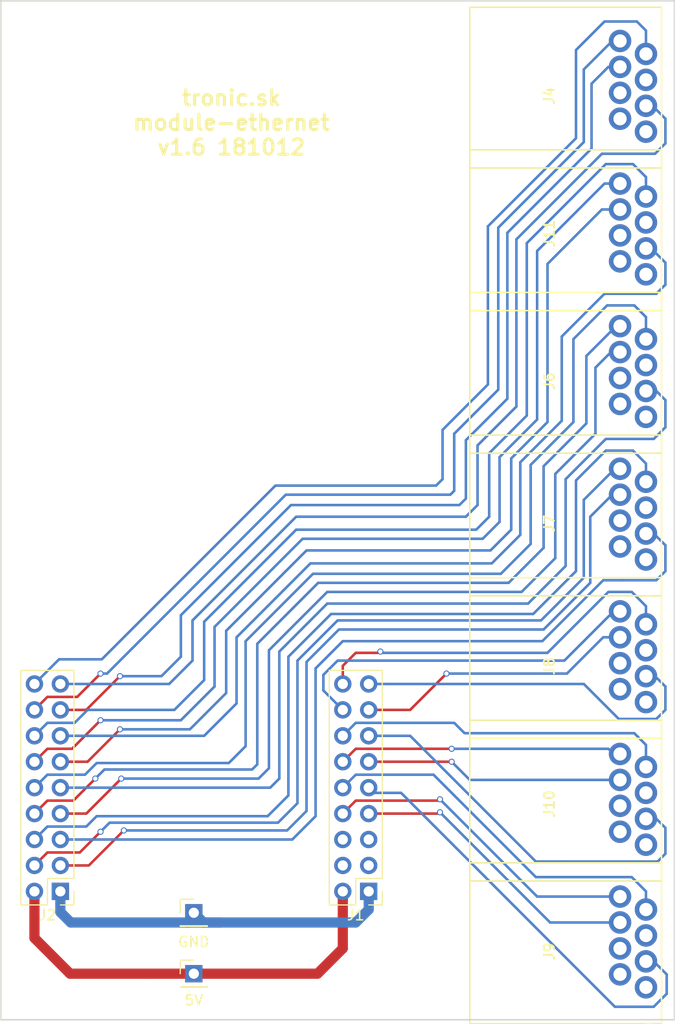
<source format=kicad_pcb>
(kicad_pcb (version 4) (host pcbnew 4.0.7)

  (general
    (links 32)
    (no_connects 0)
    (area 22.276999 23.927999 88.467001 123.900001)
    (thickness 1.6)
    (drawings 8)
    (tracks 334)
    (zones 0)
    (modules 11)
    (nets 31)
  )

  (page A4)
  (layers
    (0 F.Cu signal)
    (31 B.Cu signal)
    (32 B.Adhes user)
    (33 F.Adhes user)
    (34 B.Paste user)
    (35 F.Paste user)
    (36 B.SilkS user)
    (37 F.SilkS user)
    (38 B.Mask user)
    (39 F.Mask user)
    (40 Dwgs.User user)
    (41 Cmts.User user)
    (42 Eco1.User user)
    (43 Eco2.User user)
    (44 Edge.Cuts user)
    (45 Margin user)
    (46 B.CrtYd user)
    (47 F.CrtYd user)
    (48 B.Fab user)
    (49 F.Fab user)
  )

  (setup
    (last_trace_width 0.25)
    (trace_clearance 0.2)
    (zone_clearance 0.508)
    (zone_45_only no)
    (trace_min 0.2)
    (segment_width 0.2)
    (edge_width 0.15)
    (via_size 0.6)
    (via_drill 0.4)
    (via_min_size 0.4)
    (via_min_drill 0.3)
    (uvia_size 0.3)
    (uvia_drill 0.1)
    (uvias_allowed no)
    (uvia_min_size 0.2)
    (uvia_min_drill 0.1)
    (pcb_text_width 0.3)
    (pcb_text_size 1.5 1.5)
    (mod_edge_width 0.15)
    (mod_text_size 1 1)
    (mod_text_width 0.15)
    (pad_size 1.524 1.524)
    (pad_drill 0.762)
    (pad_to_mask_clearance 0.2)
    (aux_axis_origin 0 0)
    (visible_elements 7FFFFFFF)
    (pcbplotparams
      (layerselection 0x010f0_80000001)
      (usegerberextensions true)
      (excludeedgelayer true)
      (linewidth 0.100000)
      (plotframeref false)
      (viasonmask false)
      (mode 1)
      (useauxorigin false)
      (hpglpennumber 1)
      (hpglpenspeed 20)
      (hpglpendiameter 15)
      (hpglpenoverlay 2)
      (psnegative false)
      (psa4output false)
      (plotreference true)
      (plotvalue true)
      (plotinvisibletext false)
      (padsonsilk false)
      (subtractmaskfromsilk false)
      (outputformat 1)
      (mirror false)
      (drillshape 0)
      (scaleselection 1)
      (outputdirectory gerber/))
  )

  (net 0 "")
  (net 1 gnd)
  (net 2 5v)
  (net 3 eth4-3)
  (net 4 eth4-1)
  (net 5 eth4-4)
  (net 6 eth4-2)
  (net 7 eth5-3)
  (net 8 eth5-1)
  (net 9 eth5-4)
  (net 10 eth5-2)
  (net 11 eth6-3)
  (net 12 eth6-1)
  (net 13 eth6-4)
  (net 14 eth6-2)
  (net 15 eth1-3)
  (net 16 eth1-1)
  (net 17 eth1-4)
  (net 18 eth1-2)
  (net 19 eth2-3)
  (net 20 eth2-1)
  (net 21 eth2-4)
  (net 22 eth2-2)
  (net 23 eth3-3)
  (net 24 eth3-1)
  (net 25 eth3-4)
  (net 26 eth3-2)
  (net 27 eth7-3)
  (net 28 eth7-1)
  (net 29 eth7-4)
  (net 30 eth7-2)

  (net_class Default "This is the default net class."
    (clearance 0.2)
    (trace_width 0.25)
    (via_dia 0.6)
    (via_drill 0.4)
    (uvia_dia 0.3)
    (uvia_drill 0.1)
    (add_net eth1-1)
    (add_net eth1-2)
    (add_net eth1-3)
    (add_net eth1-4)
    (add_net eth2-1)
    (add_net eth2-2)
    (add_net eth2-3)
    (add_net eth2-4)
    (add_net eth3-1)
    (add_net eth3-2)
    (add_net eth3-3)
    (add_net eth3-4)
    (add_net eth4-1)
    (add_net eth4-2)
    (add_net eth4-3)
    (add_net eth4-4)
    (add_net eth5-1)
    (add_net eth5-2)
    (add_net eth5-3)
    (add_net eth5-4)
    (add_net eth6-1)
    (add_net eth6-2)
    (add_net eth6-3)
    (add_net eth6-4)
    (add_net eth7-1)
    (add_net eth7-2)
    (add_net eth7-3)
    (add_net eth7-4)
  )

  (net_class power ""
    (clearance 0.5)
    (trace_width 1)
    (via_dia 1)
    (via_drill 0.8)
    (uvia_dia 0.8)
    (uvia_drill 0.3)
    (add_net 5v)
    (add_net gnd)
  )

  (module Pin_Headers:Pin_Header_Straight_1x01_Pitch2.54mm (layer F.Cu) (tedit 5BC058F5) (tstamp 5A9F1555)
    (at 41.275 119.3165)
    (descr "Through hole straight pin header, 1x01, 2.54mm pitch, single row")
    (tags "Through hole pin header THT 1x01 2.54mm single row")
    (path /5A9F2F39)
    (fp_text reference 5V (at 0 2.6035) (layer F.SilkS)
      (effects (font (size 1 1) (thickness 0.15)))
    )
    (fp_text value 5V (at 0 2.33) (layer F.Fab)
      (effects (font (size 1 1) (thickness 0.15)))
    )
    (fp_line (start -0.635 -1.27) (end 1.27 -1.27) (layer F.Fab) (width 0.1))
    (fp_line (start 1.27 -1.27) (end 1.27 1.27) (layer F.Fab) (width 0.1))
    (fp_line (start 1.27 1.27) (end -1.27 1.27) (layer F.Fab) (width 0.1))
    (fp_line (start -1.27 1.27) (end -1.27 -0.635) (layer F.Fab) (width 0.1))
    (fp_line (start -1.27 -0.635) (end -0.635 -1.27) (layer F.Fab) (width 0.1))
    (fp_line (start -1.33 1.33) (end 1.33 1.33) (layer F.SilkS) (width 0.12))
    (fp_line (start -1.33 1.27) (end -1.33 1.33) (layer F.SilkS) (width 0.12))
    (fp_line (start 1.33 1.27) (end 1.33 1.33) (layer F.SilkS) (width 0.12))
    (fp_line (start -1.33 1.27) (end 1.33 1.27) (layer F.SilkS) (width 0.12))
    (fp_line (start -1.33 0) (end -1.33 -1.33) (layer F.SilkS) (width 0.12))
    (fp_line (start -1.33 -1.33) (end 0 -1.33) (layer F.SilkS) (width 0.12))
    (fp_line (start -1.8 -1.8) (end -1.8 1.8) (layer F.CrtYd) (width 0.05))
    (fp_line (start -1.8 1.8) (end 1.8 1.8) (layer F.CrtYd) (width 0.05))
    (fp_line (start 1.8 1.8) (end 1.8 -1.8) (layer F.CrtYd) (width 0.05))
    (fp_line (start 1.8 -1.8) (end -1.8 -1.8) (layer F.CrtYd) (width 0.05))
    (fp_text user %R (at 0 0 90) (layer F.Fab)
      (effects (font (size 1 1) (thickness 0.15)))
    )
    (pad 1 thru_hole rect (at 0 0) (size 1.7 1.7) (drill 1) (layers *.Cu *.Mask)
      (net 2 5v))
    (model ${KISYS3DMOD}/Pin_Headers.3dshapes/Pin_Header_Straight_1x01_Pitch2.54mm.wrl
      (at (xyz 0 0 0))
      (scale (xyz 1 1 1))
      (rotate (xyz 0 0 0))
    )
  )

  (module Pin_Headers:Pin_Header_Straight_1x01_Pitch2.54mm (layer F.Cu) (tedit 5BC058F2) (tstamp 5A9F155A)
    (at 41.275 113.3475)
    (descr "Through hole straight pin header, 1x01, 2.54mm pitch, single row")
    (tags "Through hole pin header THT 1x01 2.54mm single row")
    (path /5A9F2FCC)
    (fp_text reference GND (at 0 2.8575) (layer F.SilkS)
      (effects (font (size 1 1) (thickness 0.15)))
    )
    (fp_text value GND (at 0 2.33) (layer F.Fab)
      (effects (font (size 1 1) (thickness 0.15)))
    )
    (fp_line (start -0.635 -1.27) (end 1.27 -1.27) (layer F.Fab) (width 0.1))
    (fp_line (start 1.27 -1.27) (end 1.27 1.27) (layer F.Fab) (width 0.1))
    (fp_line (start 1.27 1.27) (end -1.27 1.27) (layer F.Fab) (width 0.1))
    (fp_line (start -1.27 1.27) (end -1.27 -0.635) (layer F.Fab) (width 0.1))
    (fp_line (start -1.27 -0.635) (end -0.635 -1.27) (layer F.Fab) (width 0.1))
    (fp_line (start -1.33 1.33) (end 1.33 1.33) (layer F.SilkS) (width 0.12))
    (fp_line (start -1.33 1.27) (end -1.33 1.33) (layer F.SilkS) (width 0.12))
    (fp_line (start 1.33 1.27) (end 1.33 1.33) (layer F.SilkS) (width 0.12))
    (fp_line (start -1.33 1.27) (end 1.33 1.27) (layer F.SilkS) (width 0.12))
    (fp_line (start -1.33 0) (end -1.33 -1.33) (layer F.SilkS) (width 0.12))
    (fp_line (start -1.33 -1.33) (end 0 -1.33) (layer F.SilkS) (width 0.12))
    (fp_line (start -1.8 -1.8) (end -1.8 1.8) (layer F.CrtYd) (width 0.05))
    (fp_line (start -1.8 1.8) (end 1.8 1.8) (layer F.CrtYd) (width 0.05))
    (fp_line (start 1.8 1.8) (end 1.8 -1.8) (layer F.CrtYd) (width 0.05))
    (fp_line (start 1.8 -1.8) (end -1.8 -1.8) (layer F.CrtYd) (width 0.05))
    (fp_text user %R (at 0 0 90) (layer F.Fab)
      (effects (font (size 1 1) (thickness 0.15)))
    )
    (pad 1 thru_hole rect (at 0 0) (size 1.7 1.7) (drill 1) (layers *.Cu *.Mask)
      (net 1 gnd))
    (model ${KISYS3DMOD}/Pin_Headers.3dshapes/Pin_Header_Straight_1x01_Pitch2.54mm.wrl
      (at (xyz 0 0 0))
      (scale (xyz 1 1 1))
      (rotate (xyz 0 0 0))
    )
  )

  (module Pin_Headers:Pin_Header_Straight_2x09_Pitch2.54mm (layer F.Cu) (tedit 59650532) (tstamp 5AB53F96)
    (at 58.42 111.252 180)
    (descr "Through hole straight pin header, 2x09, 2.54mm pitch, double rows")
    (tags "Through hole pin header THT 2x09 2.54mm double row")
    (path /5AB4D62C)
    (fp_text reference J1 (at 1.27 -2.33 180) (layer F.SilkS)
      (effects (font (size 1 1) (thickness 0.15)))
    )
    (fp_text value net (at 1.27 22.65 180) (layer F.Fab)
      (effects (font (size 1 1) (thickness 0.15)))
    )
    (fp_line (start 0 -1.27) (end 3.81 -1.27) (layer F.Fab) (width 0.1))
    (fp_line (start 3.81 -1.27) (end 3.81 21.59) (layer F.Fab) (width 0.1))
    (fp_line (start 3.81 21.59) (end -1.27 21.59) (layer F.Fab) (width 0.1))
    (fp_line (start -1.27 21.59) (end -1.27 0) (layer F.Fab) (width 0.1))
    (fp_line (start -1.27 0) (end 0 -1.27) (layer F.Fab) (width 0.1))
    (fp_line (start -1.33 21.65) (end 3.87 21.65) (layer F.SilkS) (width 0.12))
    (fp_line (start -1.33 1.27) (end -1.33 21.65) (layer F.SilkS) (width 0.12))
    (fp_line (start 3.87 -1.33) (end 3.87 21.65) (layer F.SilkS) (width 0.12))
    (fp_line (start -1.33 1.27) (end 1.27 1.27) (layer F.SilkS) (width 0.12))
    (fp_line (start 1.27 1.27) (end 1.27 -1.33) (layer F.SilkS) (width 0.12))
    (fp_line (start 1.27 -1.33) (end 3.87 -1.33) (layer F.SilkS) (width 0.12))
    (fp_line (start -1.33 0) (end -1.33 -1.33) (layer F.SilkS) (width 0.12))
    (fp_line (start -1.33 -1.33) (end 0 -1.33) (layer F.SilkS) (width 0.12))
    (fp_line (start -1.8 -1.8) (end -1.8 22.1) (layer F.CrtYd) (width 0.05))
    (fp_line (start -1.8 22.1) (end 4.35 22.1) (layer F.CrtYd) (width 0.05))
    (fp_line (start 4.35 22.1) (end 4.35 -1.8) (layer F.CrtYd) (width 0.05))
    (fp_line (start 4.35 -1.8) (end -1.8 -1.8) (layer F.CrtYd) (width 0.05))
    (fp_text user %R (at 1.27 10.16 270) (layer F.Fab)
      (effects (font (size 1 1) (thickness 0.15)))
    )
    (pad 1 thru_hole rect (at 0 0 180) (size 1.7 1.7) (drill 1) (layers *.Cu *.Mask)
      (net 1 gnd))
    (pad 2 thru_hole oval (at 2.54 0 180) (size 1.7 1.7) (drill 1) (layers *.Cu *.Mask)
      (net 2 5v))
    (pad 3 thru_hole oval (at 0 2.54 180) (size 1.7 1.7) (drill 1) (layers *.Cu *.Mask))
    (pad 4 thru_hole oval (at 2.54 2.54 180) (size 1.7 1.7) (drill 1) (layers *.Cu *.Mask))
    (pad 5 thru_hole oval (at 0 5.08 180) (size 1.7 1.7) (drill 1) (layers *.Cu *.Mask))
    (pad 6 thru_hole oval (at 2.54 5.08 180) (size 1.7 1.7) (drill 1) (layers *.Cu *.Mask))
    (pad 7 thru_hole oval (at 0 7.62 180) (size 1.7 1.7) (drill 1) (layers *.Cu *.Mask)
      (net 7 eth5-3))
    (pad 8 thru_hole oval (at 2.54 7.62 180) (size 1.7 1.7) (drill 1) (layers *.Cu *.Mask)
      (net 8 eth5-1))
    (pad 9 thru_hole oval (at 0 10.16 180) (size 1.7 1.7) (drill 1) (layers *.Cu *.Mask)
      (net 9 eth5-4))
    (pad 10 thru_hole oval (at 2.54 10.16 180) (size 1.7 1.7) (drill 1) (layers *.Cu *.Mask)
      (net 10 eth5-2))
    (pad 11 thru_hole oval (at 0 12.7 180) (size 1.7 1.7) (drill 1) (layers *.Cu *.Mask)
      (net 11 eth6-3))
    (pad 12 thru_hole oval (at 2.54 12.7 180) (size 1.7 1.7) (drill 1) (layers *.Cu *.Mask)
      (net 12 eth6-1))
    (pad 13 thru_hole oval (at 0 15.24 180) (size 1.7 1.7) (drill 1) (layers *.Cu *.Mask)
      (net 13 eth6-4))
    (pad 14 thru_hole oval (at 2.54 15.24 180) (size 1.7 1.7) (drill 1) (layers *.Cu *.Mask)
      (net 14 eth6-2))
    (pad 15 thru_hole oval (at 0 17.78 180) (size 1.7 1.7) (drill 1) (layers *.Cu *.Mask)
      (net 27 eth7-3))
    (pad 16 thru_hole oval (at 2.54 17.78 180) (size 1.7 1.7) (drill 1) (layers *.Cu *.Mask)
      (net 28 eth7-1))
    (pad 17 thru_hole oval (at 0 20.32 180) (size 1.7 1.7) (drill 1) (layers *.Cu *.Mask)
      (net 29 eth7-4))
    (pad 18 thru_hole oval (at 2.54 20.32 180) (size 1.7 1.7) (drill 1) (layers *.Cu *.Mask)
      (net 30 eth7-2))
    (model ${KISYS3DMOD}/Pin_Headers.3dshapes/Pin_Header_Straight_2x09_Pitch2.54mm.wrl
      (at (xyz 0 0 0))
      (scale (xyz 1 1 1))
      (rotate (xyz 0 0 0))
    )
  )

  (module Pin_Headers:Pin_Header_Straight_2x09_Pitch2.54mm (layer F.Cu) (tedit 59650532) (tstamp 5AB53FAC)
    (at 28.194 111.252 180)
    (descr "Through hole straight pin header, 2x09, 2.54mm pitch, double rows")
    (tags "Through hole pin header THT 2x09 2.54mm double row")
    (path /5AB4CDE9)
    (fp_text reference J2 (at 1.27 -2.33 180) (layer F.SilkS)
      (effects (font (size 1 1) (thickness 0.15)))
    )
    (fp_text value net (at 1.27 22.65 180) (layer F.Fab)
      (effects (font (size 1 1) (thickness 0.15)))
    )
    (fp_line (start 0 -1.27) (end 3.81 -1.27) (layer F.Fab) (width 0.1))
    (fp_line (start 3.81 -1.27) (end 3.81 21.59) (layer F.Fab) (width 0.1))
    (fp_line (start 3.81 21.59) (end -1.27 21.59) (layer F.Fab) (width 0.1))
    (fp_line (start -1.27 21.59) (end -1.27 0) (layer F.Fab) (width 0.1))
    (fp_line (start -1.27 0) (end 0 -1.27) (layer F.Fab) (width 0.1))
    (fp_line (start -1.33 21.65) (end 3.87 21.65) (layer F.SilkS) (width 0.12))
    (fp_line (start -1.33 1.27) (end -1.33 21.65) (layer F.SilkS) (width 0.12))
    (fp_line (start 3.87 -1.33) (end 3.87 21.65) (layer F.SilkS) (width 0.12))
    (fp_line (start -1.33 1.27) (end 1.27 1.27) (layer F.SilkS) (width 0.12))
    (fp_line (start 1.27 1.27) (end 1.27 -1.33) (layer F.SilkS) (width 0.12))
    (fp_line (start 1.27 -1.33) (end 3.87 -1.33) (layer F.SilkS) (width 0.12))
    (fp_line (start -1.33 0) (end -1.33 -1.33) (layer F.SilkS) (width 0.12))
    (fp_line (start -1.33 -1.33) (end 0 -1.33) (layer F.SilkS) (width 0.12))
    (fp_line (start -1.8 -1.8) (end -1.8 22.1) (layer F.CrtYd) (width 0.05))
    (fp_line (start -1.8 22.1) (end 4.35 22.1) (layer F.CrtYd) (width 0.05))
    (fp_line (start 4.35 22.1) (end 4.35 -1.8) (layer F.CrtYd) (width 0.05))
    (fp_line (start 4.35 -1.8) (end -1.8 -1.8) (layer F.CrtYd) (width 0.05))
    (fp_text user %R (at 1.27 10.16 270) (layer F.Fab)
      (effects (font (size 1 1) (thickness 0.15)))
    )
    (pad 1 thru_hole rect (at 0 0 180) (size 1.7 1.7) (drill 1) (layers *.Cu *.Mask)
      (net 1 gnd))
    (pad 2 thru_hole oval (at 2.54 0 180) (size 1.7 1.7) (drill 1) (layers *.Cu *.Mask)
      (net 2 5v))
    (pad 3 thru_hole oval (at 0 2.54 180) (size 1.7 1.7) (drill 1) (layers *.Cu *.Mask)
      (net 3 eth4-3))
    (pad 4 thru_hole oval (at 2.54 2.54 180) (size 1.7 1.7) (drill 1) (layers *.Cu *.Mask)
      (net 4 eth4-1))
    (pad 5 thru_hole oval (at 0 5.08 180) (size 1.7 1.7) (drill 1) (layers *.Cu *.Mask)
      (net 5 eth4-4))
    (pad 6 thru_hole oval (at 2.54 5.08 180) (size 1.7 1.7) (drill 1) (layers *.Cu *.Mask)
      (net 6 eth4-2))
    (pad 7 thru_hole oval (at 0 7.62 180) (size 1.7 1.7) (drill 1) (layers *.Cu *.Mask)
      (net 15 eth1-3))
    (pad 8 thru_hole oval (at 2.54 7.62 180) (size 1.7 1.7) (drill 1) (layers *.Cu *.Mask)
      (net 16 eth1-1))
    (pad 9 thru_hole oval (at 0 10.16 180) (size 1.7 1.7) (drill 1) (layers *.Cu *.Mask)
      (net 17 eth1-4))
    (pad 10 thru_hole oval (at 2.54 10.16 180) (size 1.7 1.7) (drill 1) (layers *.Cu *.Mask)
      (net 18 eth1-2))
    (pad 11 thru_hole oval (at 0 12.7 180) (size 1.7 1.7) (drill 1) (layers *.Cu *.Mask)
      (net 19 eth2-3))
    (pad 12 thru_hole oval (at 2.54 12.7 180) (size 1.7 1.7) (drill 1) (layers *.Cu *.Mask)
      (net 20 eth2-1))
    (pad 13 thru_hole oval (at 0 15.24 180) (size 1.7 1.7) (drill 1) (layers *.Cu *.Mask)
      (net 21 eth2-4))
    (pad 14 thru_hole oval (at 2.54 15.24 180) (size 1.7 1.7) (drill 1) (layers *.Cu *.Mask)
      (net 22 eth2-2))
    (pad 15 thru_hole oval (at 0 17.78 180) (size 1.7 1.7) (drill 1) (layers *.Cu *.Mask)
      (net 23 eth3-3))
    (pad 16 thru_hole oval (at 2.54 17.78 180) (size 1.7 1.7) (drill 1) (layers *.Cu *.Mask)
      (net 24 eth3-1))
    (pad 17 thru_hole oval (at 0 20.32 180) (size 1.7 1.7) (drill 1) (layers *.Cu *.Mask)
      (net 25 eth3-4))
    (pad 18 thru_hole oval (at 2.54 20.32 180) (size 1.7 1.7) (drill 1) (layers *.Cu *.Mask)
      (net 26 eth3-2))
    (model ${KISYS3DMOD}/Pin_Headers.3dshapes/Pin_Header_Straight_2x09_Pitch2.54mm.wrl
      (at (xyz 0 0 0))
      (scale (xyz 1 1 1))
      (rotate (xyz 0 0 0))
    )
  )

  (module psw-library:rj-45-big-pins (layer F.Cu) (tedit 5BBF9662) (tstamp 5BC04E04)
    (at 81.28 33.02)
    (descr "Tyco 406549 - 100 BASE-T, RJ45 Jack")
    (tags "rj45 tyco")
    (path /5BC04DFF)
    (fp_text reference J4 (at -4.572 1.27 90) (layer F.SilkS)
      (effects (font (size 1 1) (thickness 0.18)) (justify left bottom))
    )
    (fp_text value e3 (at -8.636 -1.27 90) (layer F.SilkS) hide
      (effects (font (size 1 1) (thickness 0.18)))
    )
    (fp_line (start -12.954 -8.382) (end 5.842 -8.382) (layer F.SilkS) (width 0.15))
    (fp_line (start 5.842 -8.382) (end 5.842 -7.62) (layer F.SilkS) (width 0.15))
    (fp_line (start 4.318 7.366) (end 5.842 7.366) (layer F.SilkS) (width 0.15))
    (fp_line (start 5.842 7.366) (end 5.842 -7.874) (layer F.SilkS) (width 0.15))
    (fp_line (start -12.954 -8.382) (end -12.954 7.366) (layer F.SilkS) (width 0.15))
    (fp_line (start -12.954 7.366) (end 5.08 7.366) (layer F.SilkS) (width 0.15))
    (pad 7 thru_hole circle (at 1.778 2.54) (size 2.2 2.2) (drill 1.3) (layers *.Cu *.Mask))
    (pad 5 thru_hole circle (at 1.778 0) (size 2.2 2.2) (drill 1.3) (layers *.Cu *.Mask))
    (pad 3 thru_hole circle (at 1.778 -2.54) (size 2.2 2.2) (drill 1.3) (layers *.Cu *.Mask)
      (net 23 eth3-3))
    (pad 1 thru_hole circle (at 1.778 -5.08) (size 2.2 2.2) (drill 1.3) (layers *.Cu *.Mask)
      (net 24 eth3-1))
    (pad 8 thru_hole circle (at 4.318 3.81) (size 2.2 2.2) (drill 1.3) (layers *.Cu *.Mask))
    (pad 6 thru_hole circle (at 4.318 1.27) (size 2.2 2.2) (drill 1.3) (layers *.Cu *.Mask)
      (net 25 eth3-4))
    (pad 4 thru_hole circle (at 4.318 -1.27) (size 2.2 2.2) (drill 1.3) (layers *.Cu *.Mask))
    (pad 2 thru_hole circle (at 4.318 -3.81) (size 2.2 2.2) (drill 1.3) (layers *.Cu *.Mask)
      (net 26 eth3-2))
  )

  (module psw-library:rj-45-big-pins (layer F.Cu) (tedit 5BBF9662) (tstamp 5BC0539D)
    (at 81.28 60.96)
    (descr "Tyco 406549 - 100 BASE-T, RJ45 Jack")
    (tags "rj45 tyco")
    (path /5BC06FA0)
    (fp_text reference J6 (at -4.572 1.27 90) (layer F.SilkS)
      (effects (font (size 1 1) (thickness 0.18)) (justify left bottom))
    )
    (fp_text value e1 (at -8.636 -1.27 90) (layer F.SilkS) hide
      (effects (font (size 1 1) (thickness 0.18)))
    )
    (fp_line (start -12.954 -8.382) (end 5.842 -8.382) (layer F.SilkS) (width 0.15))
    (fp_line (start 5.842 -8.382) (end 5.842 -7.62) (layer F.SilkS) (width 0.15))
    (fp_line (start 4.318 7.366) (end 5.842 7.366) (layer F.SilkS) (width 0.15))
    (fp_line (start 5.842 7.366) (end 5.842 -7.874) (layer F.SilkS) (width 0.15))
    (fp_line (start -12.954 -8.382) (end -12.954 7.366) (layer F.SilkS) (width 0.15))
    (fp_line (start -12.954 7.366) (end 5.08 7.366) (layer F.SilkS) (width 0.15))
    (pad 7 thru_hole circle (at 1.778 2.54) (size 2.2 2.2) (drill 1.3) (layers *.Cu *.Mask))
    (pad 5 thru_hole circle (at 1.778 0) (size 2.2 2.2) (drill 1.3) (layers *.Cu *.Mask))
    (pad 3 thru_hole circle (at 1.778 -2.54) (size 2.2 2.2) (drill 1.3) (layers *.Cu *.Mask)
      (net 15 eth1-3))
    (pad 1 thru_hole circle (at 1.778 -5.08) (size 2.2 2.2) (drill 1.3) (layers *.Cu *.Mask)
      (net 16 eth1-1))
    (pad 8 thru_hole circle (at 4.318 3.81) (size 2.2 2.2) (drill 1.3) (layers *.Cu *.Mask))
    (pad 6 thru_hole circle (at 4.318 1.27) (size 2.2 2.2) (drill 1.3) (layers *.Cu *.Mask)
      (net 17 eth1-4))
    (pad 4 thru_hole circle (at 4.318 -1.27) (size 2.2 2.2) (drill 1.3) (layers *.Cu *.Mask))
    (pad 2 thru_hole circle (at 4.318 -3.81) (size 2.2 2.2) (drill 1.3) (layers *.Cu *.Mask)
      (net 18 eth1-2))
  )

  (module psw-library:rj-45-big-pins (layer F.Cu) (tedit 5BBF9662) (tstamp 5BC053A9)
    (at 81.28 46.99)
    (descr "Tyco 406549 - 100 BASE-T, RJ45 Jack")
    (tags "rj45 tyco")
    (path /5BC0600E)
    (fp_text reference J11 (at -4.572 1.27 90) (layer F.SilkS)
      (effects (font (size 1 1) (thickness 0.18)) (justify left bottom))
    )
    (fp_text value e2 (at -8.636 -1.27 90) (layer F.SilkS) hide
      (effects (font (size 1 1) (thickness 0.18)))
    )
    (fp_line (start -12.954 -8.382) (end 5.842 -8.382) (layer F.SilkS) (width 0.15))
    (fp_line (start 5.842 -8.382) (end 5.842 -7.62) (layer F.SilkS) (width 0.15))
    (fp_line (start 4.318 7.366) (end 5.842 7.366) (layer F.SilkS) (width 0.15))
    (fp_line (start 5.842 7.366) (end 5.842 -7.874) (layer F.SilkS) (width 0.15))
    (fp_line (start -12.954 -8.382) (end -12.954 7.366) (layer F.SilkS) (width 0.15))
    (fp_line (start -12.954 7.366) (end 5.08 7.366) (layer F.SilkS) (width 0.15))
    (pad 7 thru_hole circle (at 1.778 2.54) (size 2.2 2.2) (drill 1.3) (layers *.Cu *.Mask))
    (pad 5 thru_hole circle (at 1.778 0) (size 2.2 2.2) (drill 1.3) (layers *.Cu *.Mask))
    (pad 3 thru_hole circle (at 1.778 -2.54) (size 2.2 2.2) (drill 1.3) (layers *.Cu *.Mask)
      (net 19 eth2-3))
    (pad 1 thru_hole circle (at 1.778 -5.08) (size 2.2 2.2) (drill 1.3) (layers *.Cu *.Mask)
      (net 20 eth2-1))
    (pad 8 thru_hole circle (at 4.318 3.81) (size 2.2 2.2) (drill 1.3) (layers *.Cu *.Mask))
    (pad 6 thru_hole circle (at 4.318 1.27) (size 2.2 2.2) (drill 1.3) (layers *.Cu *.Mask)
      (net 21 eth2-4))
    (pad 4 thru_hole circle (at 4.318 -1.27) (size 2.2 2.2) (drill 1.3) (layers *.Cu *.Mask))
    (pad 2 thru_hole circle (at 4.318 -3.81) (size 2.2 2.2) (drill 1.3) (layers *.Cu *.Mask)
      (net 22 eth2-2))
  )

  (module psw-library:rj-45-big-pins (layer F.Cu) (tedit 5BBF9662) (tstamp 5BC05425)
    (at 81.28 74.93)
    (descr "Tyco 406549 - 100 BASE-T, RJ45 Jack")
    (tags "rj45 tyco")
    (path /5BC07C33)
    (fp_text reference J7 (at -4.572 1.27 90) (layer F.SilkS)
      (effects (font (size 1 1) (thickness 0.18)) (justify left bottom))
    )
    (fp_text value e6 (at -8.636 -1.27 90) (layer F.SilkS) hide
      (effects (font (size 1 1) (thickness 0.18)))
    )
    (fp_line (start -12.954 -8.382) (end 5.842 -8.382) (layer F.SilkS) (width 0.15))
    (fp_line (start 5.842 -8.382) (end 5.842 -7.62) (layer F.SilkS) (width 0.15))
    (fp_line (start 4.318 7.366) (end 5.842 7.366) (layer F.SilkS) (width 0.15))
    (fp_line (start 5.842 7.366) (end 5.842 -7.874) (layer F.SilkS) (width 0.15))
    (fp_line (start -12.954 -8.382) (end -12.954 7.366) (layer F.SilkS) (width 0.15))
    (fp_line (start -12.954 7.366) (end 5.08 7.366) (layer F.SilkS) (width 0.15))
    (pad 7 thru_hole circle (at 1.778 2.54) (size 2.2 2.2) (drill 1.3) (layers *.Cu *.Mask))
    (pad 5 thru_hole circle (at 1.778 0) (size 2.2 2.2) (drill 1.3) (layers *.Cu *.Mask))
    (pad 3 thru_hole circle (at 1.778 -2.54) (size 2.2 2.2) (drill 1.3) (layers *.Cu *.Mask)
      (net 3 eth4-3))
    (pad 1 thru_hole circle (at 1.778 -5.08) (size 2.2 2.2) (drill 1.3) (layers *.Cu *.Mask)
      (net 4 eth4-1))
    (pad 8 thru_hole circle (at 4.318 3.81) (size 2.2 2.2) (drill 1.3) (layers *.Cu *.Mask))
    (pad 6 thru_hole circle (at 4.318 1.27) (size 2.2 2.2) (drill 1.3) (layers *.Cu *.Mask)
      (net 5 eth4-4))
    (pad 4 thru_hole circle (at 4.318 -1.27) (size 2.2 2.2) (drill 1.3) (layers *.Cu *.Mask))
    (pad 2 thru_hole circle (at 4.318 -3.81) (size 2.2 2.2) (drill 1.3) (layers *.Cu *.Mask)
      (net 6 eth4-2))
  )

  (module psw-library:rj-45-big-pins (layer F.Cu) (tedit 5BBF9662) (tstamp 5BC05430)
    (at 81.28 88.9)
    (descr "Tyco 406549 - 100 BASE-T, RJ45 Jack")
    (tags "rj45 tyco")
    (path /5BC054CE)
    (fp_text reference J8 (at -4.572 1.27 90) (layer F.SilkS)
      (effects (font (size 1 1) (thickness 0.18)) (justify left bottom))
    )
    (fp_text value e7 (at -8.636 -1.27 90) (layer F.SilkS) hide
      (effects (font (size 1 1) (thickness 0.18)))
    )
    (fp_line (start -12.954 -8.382) (end 5.842 -8.382) (layer F.SilkS) (width 0.15))
    (fp_line (start 5.842 -8.382) (end 5.842 -7.62) (layer F.SilkS) (width 0.15))
    (fp_line (start 4.318 7.366) (end 5.842 7.366) (layer F.SilkS) (width 0.15))
    (fp_line (start 5.842 7.366) (end 5.842 -7.874) (layer F.SilkS) (width 0.15))
    (fp_line (start -12.954 -8.382) (end -12.954 7.366) (layer F.SilkS) (width 0.15))
    (fp_line (start -12.954 7.366) (end 5.08 7.366) (layer F.SilkS) (width 0.15))
    (pad 7 thru_hole circle (at 1.778 2.54) (size 2.2 2.2) (drill 1.3) (layers *.Cu *.Mask))
    (pad 5 thru_hole circle (at 1.778 0) (size 2.2 2.2) (drill 1.3) (layers *.Cu *.Mask))
    (pad 3 thru_hole circle (at 1.778 -2.54) (size 2.2 2.2) (drill 1.3) (layers *.Cu *.Mask)
      (net 27 eth7-3))
    (pad 1 thru_hole circle (at 1.778 -5.08) (size 2.2 2.2) (drill 1.3) (layers *.Cu *.Mask)
      (net 28 eth7-1))
    (pad 8 thru_hole circle (at 4.318 3.81) (size 2.2 2.2) (drill 1.3) (layers *.Cu *.Mask))
    (pad 6 thru_hole circle (at 4.318 1.27) (size 2.2 2.2) (drill 1.3) (layers *.Cu *.Mask)
      (net 29 eth7-4))
    (pad 4 thru_hole circle (at 4.318 -1.27) (size 2.2 2.2) (drill 1.3) (layers *.Cu *.Mask))
    (pad 2 thru_hole circle (at 4.318 -3.81) (size 2.2 2.2) (drill 1.3) (layers *.Cu *.Mask)
      (net 30 eth7-2))
  )

  (module psw-library:rj-45-big-pins (layer F.Cu) (tedit 5BBF9662) (tstamp 5BC0543B)
    (at 81.28 116.84)
    (descr "Tyco 406549 - 100 BASE-T, RJ45 Jack")
    (tags "rj45 tyco")
    (path /5BC07647)
    (fp_text reference J9 (at -4.572 1.27 90) (layer F.SilkS)
      (effects (font (size 1 1) (thickness 0.18)) (justify left bottom))
    )
    (fp_text value e5 (at -8.636 -1.27 90) (layer F.SilkS) hide
      (effects (font (size 1 1) (thickness 0.18)))
    )
    (fp_line (start -12.954 -8.382) (end 5.842 -8.382) (layer F.SilkS) (width 0.15))
    (fp_line (start 5.842 -8.382) (end 5.842 -7.62) (layer F.SilkS) (width 0.15))
    (fp_line (start 4.318 7.366) (end 5.842 7.366) (layer F.SilkS) (width 0.15))
    (fp_line (start 5.842 7.366) (end 5.842 -7.874) (layer F.SilkS) (width 0.15))
    (fp_line (start -12.954 -8.382) (end -12.954 7.366) (layer F.SilkS) (width 0.15))
    (fp_line (start -12.954 7.366) (end 5.08 7.366) (layer F.SilkS) (width 0.15))
    (pad 7 thru_hole circle (at 1.778 2.54) (size 2.2 2.2) (drill 1.3) (layers *.Cu *.Mask))
    (pad 5 thru_hole circle (at 1.778 0) (size 2.2 2.2) (drill 1.3) (layers *.Cu *.Mask))
    (pad 3 thru_hole circle (at 1.778 -2.54) (size 2.2 2.2) (drill 1.3) (layers *.Cu *.Mask)
      (net 7 eth5-3))
    (pad 1 thru_hole circle (at 1.778 -5.08) (size 2.2 2.2) (drill 1.3) (layers *.Cu *.Mask)
      (net 8 eth5-1))
    (pad 8 thru_hole circle (at 4.318 3.81) (size 2.2 2.2) (drill 1.3) (layers *.Cu *.Mask))
    (pad 6 thru_hole circle (at 4.318 1.27) (size 2.2 2.2) (drill 1.3) (layers *.Cu *.Mask)
      (net 9 eth5-4))
    (pad 4 thru_hole circle (at 4.318 -1.27) (size 2.2 2.2) (drill 1.3) (layers *.Cu *.Mask))
    (pad 2 thru_hole circle (at 4.318 -3.81) (size 2.2 2.2) (drill 1.3) (layers *.Cu *.Mask)
      (net 10 eth5-2))
  )

  (module psw-library:rj-45-big-pins (layer F.Cu) (tedit 5BBF9662) (tstamp 5BC05446)
    (at 81.28 102.87)
    (descr "Tyco 406549 - 100 BASE-T, RJ45 Jack")
    (tags "rj45 tyco")
    (path /5BC078CE)
    (fp_text reference J10 (at -4.572 1.27 90) (layer F.SilkS)
      (effects (font (size 1 1) (thickness 0.18)) (justify left bottom))
    )
    (fp_text value e6 (at -8.636 -1.27 90) (layer F.SilkS) hide
      (effects (font (size 1 1) (thickness 0.18)))
    )
    (fp_line (start -12.954 -8.382) (end 5.842 -8.382) (layer F.SilkS) (width 0.15))
    (fp_line (start 5.842 -8.382) (end 5.842 -7.62) (layer F.SilkS) (width 0.15))
    (fp_line (start 4.318 7.366) (end 5.842 7.366) (layer F.SilkS) (width 0.15))
    (fp_line (start 5.842 7.366) (end 5.842 -7.874) (layer F.SilkS) (width 0.15))
    (fp_line (start -12.954 -8.382) (end -12.954 7.366) (layer F.SilkS) (width 0.15))
    (fp_line (start -12.954 7.366) (end 5.08 7.366) (layer F.SilkS) (width 0.15))
    (pad 7 thru_hole circle (at 1.778 2.54) (size 2.2 2.2) (drill 1.3) (layers *.Cu *.Mask))
    (pad 5 thru_hole circle (at 1.778 0) (size 2.2 2.2) (drill 1.3) (layers *.Cu *.Mask))
    (pad 3 thru_hole circle (at 1.778 -2.54) (size 2.2 2.2) (drill 1.3) (layers *.Cu *.Mask)
      (net 11 eth6-3))
    (pad 1 thru_hole circle (at 1.778 -5.08) (size 2.2 2.2) (drill 1.3) (layers *.Cu *.Mask)
      (net 12 eth6-1))
    (pad 8 thru_hole circle (at 4.318 3.81) (size 2.2 2.2) (drill 1.3) (layers *.Cu *.Mask))
    (pad 6 thru_hole circle (at 4.318 1.27) (size 2.2 2.2) (drill 1.3) (layers *.Cu *.Mask)
      (net 13 eth6-4))
    (pad 4 thru_hole circle (at 4.318 -1.27) (size 2.2 2.2) (drill 1.3) (layers *.Cu *.Mask))
    (pad 2 thru_hole circle (at 4.318 -3.81) (size 2.2 2.2) (drill 1.3) (layers *.Cu *.Mask)
      (net 14 eth6-2))
  )

  (gr_text "tronic.sk\nmodule-ethernet\nv1.6 181012" (at 44.958 35.941) (layer F.SilkS)
    (effects (font (size 1.5 1.5) (thickness 0.3)))
  )
  (gr_line (start 88.392 24.003) (end 22.352 24.003) (angle 90) (layer Edge.Cuts) (width 0.15))
  (gr_line (start 88.392 24.9555) (end 88.392 24.003) (angle 90) (layer Edge.Cuts) (width 0.15))
  (gr_line (start 88.392 123.825) (end 88.392 123.7615) (angle 90) (layer Edge.Cuts) (width 0.15))
  (gr_line (start 22.352 123.825) (end 88.392 123.825) (angle 90) (layer Edge.Cuts) (width 0.15))
  (gr_line (start 22.352 122.809) (end 22.352 123.825) (angle 90) (layer Edge.Cuts) (width 0.15))
  (gr_line (start 22.352 122.809) (end 22.352 24.003) (angle 90) (layer Edge.Cuts) (width 0.15))
  (gr_line (start 88.392 24.9555) (end 88.392 123.7615) (angle 90) (layer Edge.Cuts) (width 0.15))

  (segment (start 41.275 113.3475) (end 41.275 113.665) (width 1) (layer B.Cu) (net 1) (status C00000))
  (segment (start 41.275 113.665) (end 40.64 114.3) (width 1) (layer B.Cu) (net 1) (tstamp 5BC05B5A) (status 400000))
  (segment (start 43.815 114.3) (end 40.64 114.3) (width 1) (layer B.Cu) (net 1))
  (segment (start 40.64 114.3) (end 29.21 114.3) (width 1) (layer B.Cu) (net 1) (tstamp 5BC05B5D))
  (segment (start 28.194 113.284) (end 28.194 111.252) (width 1) (layer B.Cu) (net 1) (tstamp 5BC05B55) (status 800000))
  (segment (start 29.21 114.3) (end 28.194 113.284) (width 1) (layer B.Cu) (net 1) (tstamp 5BC05B53))
  (segment (start 58.42 111.252) (end 58.42 113.03) (width 1) (layer B.Cu) (net 1) (status 400000))
  (segment (start 42.2275 114.3) (end 41.275 113.3475) (width 1) (layer B.Cu) (net 1) (tstamp 5BC05AB2) (status 800000))
  (segment (start 57.15 114.3) (end 43.815 114.3) (width 1) (layer B.Cu) (net 1) (tstamp 5BC05AB1))
  (segment (start 43.815 114.3) (end 42.2275 114.3) (width 1) (layer B.Cu) (net 1) (tstamp 5BC05B51))
  (segment (start 58.42 113.03) (end 57.15 114.3) (width 1) (layer B.Cu) (net 1) (tstamp 5BC05AB0))
  (segment (start 36.83 119.3165) (end 29.1465 119.3165) (width 1) (layer F.Cu) (net 2))
  (segment (start 25.654 115.824) (end 25.654 111.252) (width 1) (layer F.Cu) (net 2) (tstamp 5BC05AC1) (status 800000))
  (segment (start 29.1465 119.3165) (end 25.654 115.824) (width 1) (layer F.Cu) (net 2) (tstamp 5BC05AC0))
  (segment (start 41.275 119.3165) (end 53.4035 119.3165) (width 1) (layer F.Cu) (net 2) (status 400000))
  (segment (start 55.88 116.84) (end 55.88 111.252) (width 1) (layer F.Cu) (net 2) (tstamp 5BC05ABB) (status 800000))
  (segment (start 53.4035 119.3165) (end 55.88 116.84) (width 1) (layer F.Cu) (net 2) (tstamp 5BC05ABA))
  (segment (start 36.83 119.3165) (end 41.275 119.3165) (width 1) (layer F.Cu) (net 2) (tstamp 5BC05ABE) (status 800000))
  (segment (start 83.058 72.39) (end 82.296 72.39) (width 0.25) (layer B.Cu) (net 3) (status C00000))
  (segment (start 82.296 72.39) (end 80.137 74.549) (width 0.25) (layer B.Cu) (net 3) (tstamp 5BC05CBC) (status 400000))
  (segment (start 80.137 74.549) (end 80.137 81.026) (width 0.25) (layer B.Cu) (net 3) (tstamp 5BC05CBD))
  (segment (start 80.137 81.026) (end 75.565 85.598) (width 0.25) (layer B.Cu) (net 3) (tstamp 5BC05CBF))
  (segment (start 75.565 85.598) (end 55.499 85.598) (width 0.25) (layer B.Cu) (net 3) (tstamp 5BC05CC1))
  (segment (start 55.499 85.598) (end 52.324 88.773) (width 0.25) (layer B.Cu) (net 3) (tstamp 5BC05CC3))
  (segment (start 52.324 88.773) (end 52.324 103.378) (width 0.25) (layer B.Cu) (net 3) (tstamp 5BC05CC5))
  (segment (start 52.324 103.378) (end 50.419 105.283) (width 0.25) (layer B.Cu) (net 3) (tstamp 5BC05CC7))
  (segment (start 50.419 105.283) (end 34.417 105.283) (width 0.25) (layer B.Cu) (net 3) (tstamp 5BC05CC9))
  (via (at 34.417 105.283) (size 0.6) (drill 0.4) (layers F.Cu B.Cu) (net 3))
  (segment (start 34.417 105.283) (end 30.988 108.712) (width 0.25) (layer F.Cu) (net 3) (tstamp 5BC05CCC))
  (segment (start 30.988 108.712) (end 28.194 108.712) (width 0.25) (layer F.Cu) (net 3) (tstamp 5BC05CCD) (status 800000))
  (segment (start 83.058 69.85) (end 82.55 69.85) (width 0.25) (layer B.Cu) (net 4) (status C00000))
  (segment (start 82.55 69.85) (end 79.502 72.898) (width 0.25) (layer B.Cu) (net 4) (tstamp 5BC05CD1) (status 400000))
  (segment (start 79.502 72.898) (end 79.502 80.518) (width 0.25) (layer B.Cu) (net 4) (tstamp 5BC05CD2))
  (segment (start 79.502 80.518) (end 75.311 84.709) (width 0.25) (layer B.Cu) (net 4) (tstamp 5BC05CD4))
  (segment (start 75.311 84.709) (end 55.372 84.709) (width 0.25) (layer B.Cu) (net 4) (tstamp 5BC05CD6))
  (segment (start 55.372 84.709) (end 51.435 88.646) (width 0.25) (layer B.Cu) (net 4) (tstamp 5BC05CD8))
  (segment (start 51.435 88.646) (end 51.435 102.616) (width 0.25) (layer B.Cu) (net 4) (tstamp 5BC05CDA))
  (segment (start 51.435 102.616) (end 49.53 104.521) (width 0.25) (layer B.Cu) (net 4) (tstamp 5BC05CDC))
  (segment (start 49.53 104.521) (end 33.02 104.521) (width 0.25) (layer B.Cu) (net 4) (tstamp 5BC05CDE))
  (segment (start 33.02 104.521) (end 32.131 105.41) (width 0.25) (layer B.Cu) (net 4) (tstamp 5BC05CE0))
  (via (at 32.131 105.41) (size 0.6) (drill 0.4) (layers F.Cu B.Cu) (net 4))
  (segment (start 32.131 105.41) (end 30.099 107.442) (width 0.25) (layer F.Cu) (net 4) (tstamp 5BC05CE2))
  (segment (start 30.099 107.442) (end 26.924 107.442) (width 0.25) (layer F.Cu) (net 4) (tstamp 5BC05CE3))
  (segment (start 26.924 107.442) (end 25.654 108.712) (width 0.25) (layer F.Cu) (net 4) (tstamp 5BC05CE5) (status 800000))
  (segment (start 85.598 76.2) (end 86.36 76.2) (width 0.25) (layer B.Cu) (net 5) (status C00000))
  (segment (start 86.36 76.2) (end 87.503 77.343) (width 0.25) (layer B.Cu) (net 5) (tstamp 5BC05CA8) (status 400000))
  (segment (start 87.503 77.343) (end 87.503 79.883) (width 0.25) (layer B.Cu) (net 5) (tstamp 5BC05CA9))
  (segment (start 87.503 79.883) (end 86.614 80.772) (width 0.25) (layer B.Cu) (net 5) (tstamp 5BC05CAB))
  (segment (start 86.614 80.772) (end 83.312 80.772) (width 0.25) (layer B.Cu) (net 5) (tstamp 5BC05CAC))
  (segment (start 83.312 80.772) (end 81.407 80.772) (width 0.25) (layer B.Cu) (net 5) (tstamp 5BC05CAD))
  (segment (start 81.407 80.772) (end 75.438 86.741) (width 0.25) (layer B.Cu) (net 5) (tstamp 5BC05CAF))
  (segment (start 75.438 86.741) (end 55.88 86.741) (width 0.25) (layer B.Cu) (net 5) (tstamp 5BC05CB0))
  (segment (start 55.88 86.741) (end 53.213 89.408) (width 0.25) (layer B.Cu) (net 5) (tstamp 5BC05CB2))
  (segment (start 53.213 89.408) (end 53.213 103.886) (width 0.25) (layer B.Cu) (net 5) (tstamp 5BC05CB4))
  (segment (start 53.213 103.886) (end 50.927 106.172) (width 0.25) (layer B.Cu) (net 5) (tstamp 5BC05CB6))
  (segment (start 50.927 106.172) (end 28.194 106.172) (width 0.25) (layer B.Cu) (net 5) (tstamp 5BC05CB8) (status 800000))
  (segment (start 85.598 71.12) (end 85.598 69.342) (width 0.25) (layer B.Cu) (net 6) (status 400000))
  (segment (start 26.924 104.902) (end 25.654 106.172) (width 0.25) (layer B.Cu) (net 6) (tstamp 5BC05D13) (status 800000))
  (segment (start 30.734 104.902) (end 26.924 104.902) (width 0.25) (layer B.Cu) (net 6) (tstamp 5BC05D11))
  (segment (start 31.75 103.886) (end 30.734 104.902) (width 0.25) (layer B.Cu) (net 6) (tstamp 5BC05D10))
  (segment (start 48.514 103.886) (end 31.75 103.886) (width 0.25) (layer B.Cu) (net 6) (tstamp 5BC05D0E))
  (segment (start 50.546 101.854) (end 48.514 103.886) (width 0.25) (layer B.Cu) (net 6) (tstamp 5BC05D0C))
  (segment (start 50.546 88.265) (end 50.546 101.854) (width 0.25) (layer B.Cu) (net 6) (tstamp 5BC05D0A))
  (segment (start 54.737 84.074) (end 50.546 88.265) (width 0.25) (layer B.Cu) (net 6) (tstamp 5BC05D08))
  (segment (start 74.549 84.074) (end 54.737 84.074) (width 0.25) (layer B.Cu) (net 6) (tstamp 5BC05D06))
  (segment (start 78.74 79.883) (end 74.549 84.074) (width 0.25) (layer B.Cu) (net 6) (tstamp 5BC05D04))
  (segment (start 78.74 70.993) (end 78.74 79.883) (width 0.25) (layer B.Cu) (net 6) (tstamp 5BC05D02))
  (segment (start 81.661 68.072) (end 78.74 70.993) (width 0.25) (layer B.Cu) (net 6) (tstamp 5BC05D00))
  (segment (start 84.328 68.072) (end 81.661 68.072) (width 0.25) (layer B.Cu) (net 6) (tstamp 5BC05CFE))
  (segment (start 85.598 69.342) (end 84.328 68.072) (width 0.25) (layer B.Cu) (net 6) (tstamp 5BC05CFD))
  (segment (start 83.058 114.3) (end 76.2 114.3) (width 0.25) (layer B.Cu) (net 7) (status 400000))
  (segment (start 65.278 103.632) (end 58.42 103.632) (width 0.25) (layer F.Cu) (net 7) (tstamp 5BC05B83) (status 800000))
  (segment (start 65.405 103.505) (end 65.278 103.632) (width 0.25) (layer F.Cu) (net 7) (tstamp 5BC05B82))
  (via (at 65.405 103.505) (size 0.6) (drill 0.4) (layers F.Cu B.Cu) (net 7))
  (segment (start 76.2 114.3) (end 65.405 103.505) (width 0.25) (layer B.Cu) (net 7) (tstamp 5BC05B79))
  (segment (start 83.058 111.76) (end 74.93 111.76) (width 0.25) (layer B.Cu) (net 8) (status 400000))
  (segment (start 57.15 102.362) (end 55.88 103.632) (width 0.25) (layer F.Cu) (net 8) (tstamp 5BC05B91) (status 800000))
  (segment (start 65.278 102.362) (end 57.15 102.362) (width 0.25) (layer F.Cu) (net 8) (tstamp 5BC05B90))
  (segment (start 65.405 102.235) (end 65.278 102.362) (width 0.25) (layer F.Cu) (net 8) (tstamp 5BC05B8F))
  (via (at 65.405 102.235) (size 0.6) (drill 0.4) (layers F.Cu B.Cu) (net 8))
  (segment (start 74.93 111.76) (end 65.405 102.235) (width 0.25) (layer B.Cu) (net 8) (tstamp 5BC05B88))
  (segment (start 85.598 118.11) (end 86.36 118.11) (width 0.25) (layer B.Cu) (net 9) (status C00000))
  (segment (start 86.36 118.11) (end 87.63 119.38) (width 0.25) (layer B.Cu) (net 9) (tstamp 5BC05B65) (status 400000))
  (segment (start 87.63 119.38) (end 87.63 121.285) (width 0.25) (layer B.Cu) (net 9) (tstamp 5BC05B66))
  (segment (start 87.63 121.285) (end 86.36 122.555) (width 0.25) (layer B.Cu) (net 9) (tstamp 5BC05B68))
  (segment (start 86.36 122.555) (end 82.55 122.555) (width 0.25) (layer B.Cu) (net 9) (tstamp 5BC05B6A))
  (segment (start 82.55 122.555) (end 64.77 104.775) (width 0.25) (layer B.Cu) (net 9) (tstamp 5BC05B6C))
  (segment (start 64.77 104.775) (end 61.595 101.6) (width 0.25) (layer B.Cu) (net 9) (tstamp 5BC05B6E))
  (segment (start 61.595 101.6) (end 58.928 101.6) (width 0.25) (layer B.Cu) (net 9) (tstamp 5BC05B70) (status 800000))
  (segment (start 58.928 101.6) (end 58.42 101.092) (width 0.25) (layer B.Cu) (net 9) (tstamp 5BC05B75) (status C00000))
  (segment (start 85.598 113.03) (end 85.598 111.252) (width 0.25) (layer B.Cu) (net 10) (status 400000))
  (segment (start 57.15 99.822) (end 55.88 101.092) (width 0.25) (layer B.Cu) (net 10) (tstamp 5BC05C4C) (status 800000))
  (segment (start 64.77 99.822) (end 57.15 99.822) (width 0.25) (layer B.Cu) (net 10) (tstamp 5BC05C4A))
  (segment (start 74.803 109.855) (end 64.77 99.822) (width 0.25) (layer B.Cu) (net 10) (tstamp 5BC05C48))
  (segment (start 84.201 109.855) (end 74.803 109.855) (width 0.25) (layer B.Cu) (net 10) (tstamp 5BC05C46))
  (segment (start 85.598 111.252) (end 84.201 109.855) (width 0.25) (layer B.Cu) (net 10) (tstamp 5BC05C44))
  (segment (start 69.977 100.33) (end 68.326 100.33) (width 0.25) (layer B.Cu) (net 11))
  (via (at 66.548 98.552) (size 0.6) (drill 0.4) (layers F.Cu B.Cu) (net 11))
  (segment (start 68.326 100.33) (end 66.548 98.552) (width 0.25) (layer B.Cu) (net 11) (tstamp 5BC06065))
  (segment (start 83.058 100.33) (end 69.977 100.33) (width 0.25) (layer B.Cu) (net 11) (status 400000))
  (segment (start 66.548 98.552) (end 58.42 98.552) (width 0.25) (layer F.Cu) (net 11) (tstamp 5BC0606A) (status 800000))
  (via (at 66.548 97.282) (size 0.6) (drill 0.4) (layers F.Cu B.Cu) (net 12))
  (segment (start 82.423 97.79) (end 81.915 97.282) (width 0.25) (layer B.Cu) (net 12) (tstamp 5BC06072) (status 400000))
  (segment (start 67.945 97.282) (end 81.915 97.282) (width 0.25) (layer B.Cu) (net 12) (tstamp 5BC06071))
  (segment (start 67.945 97.282) (end 66.548 97.282) (width 0.25) (layer B.Cu) (net 12) (tstamp 5BC06070))
  (segment (start 82.423 97.79) (end 83.058 97.79) (width 0.25) (layer B.Cu) (net 12) (tstamp 5BC06074) (status C00000))
  (segment (start 57.15 97.282) (end 55.88 98.552) (width 0.25) (layer F.Cu) (net 12) (tstamp 5BC05C68) (status 800000))
  (segment (start 66.548 97.282) (end 57.15 97.282) (width 0.25) (layer F.Cu) (net 12) (tstamp 5BC0606D))
  (segment (start 55.88 98.552) (end 55.88 98.679) (width 0.25) (layer B.Cu) (net 12))
  (segment (start 77.216 108.331) (end 74.803 108.331) (width 0.25) (layer B.Cu) (net 13))
  (segment (start 62.484 96.012) (end 58.42 96.012) (width 0.25) (layer B.Cu) (net 13) (tstamp 5BC0605F) (status 800000))
  (segment (start 74.803 108.331) (end 62.484 96.012) (width 0.25) (layer B.Cu) (net 13) (tstamp 5BC0605D))
  (segment (start 85.598 104.14) (end 86.614 104.14) (width 0.25) (layer B.Cu) (net 13) (status C00000))
  (segment (start 86.614 104.14) (end 87.503 105.029) (width 0.25) (layer B.Cu) (net 13) (tstamp 5BC05C50) (status 400000))
  (segment (start 87.503 105.029) (end 87.503 107.569) (width 0.25) (layer B.Cu) (net 13) (tstamp 5BC05C52))
  (segment (start 87.503 107.569) (end 86.741 108.331) (width 0.25) (layer B.Cu) (net 13) (tstamp 5BC05C53))
  (segment (start 86.741 108.331) (end 77.216 108.331) (width 0.25) (layer B.Cu) (net 13) (tstamp 5BC05C55))
  (segment (start 85.598 99.06) (end 85.598 96.901) (width 0.25) (layer B.Cu) (net 14) (status 400000))
  (segment (start 57.15 94.742) (end 55.88 96.012) (width 0.25) (layer B.Cu) (net 14) (tstamp 5BC05C73) (status 800000))
  (segment (start 66.802 94.742) (end 57.15 94.742) (width 0.25) (layer B.Cu) (net 14) (tstamp 5BC05C71))
  (segment (start 67.818 95.758) (end 66.802 94.742) (width 0.25) (layer B.Cu) (net 14) (tstamp 5BC05C6F))
  (segment (start 84.455 95.758) (end 67.818 95.758) (width 0.25) (layer B.Cu) (net 14) (tstamp 5BC05C6D))
  (segment (start 85.598 96.901) (end 84.455 95.758) (width 0.25) (layer B.Cu) (net 14) (tstamp 5BC05C6C))
  (segment (start 83.058 58.42) (end 82.169 58.42) (width 0.25) (layer B.Cu) (net 15) (status C00000))
  (segment (start 82.169 58.42) (end 80.645 59.944) (width 0.25) (layer B.Cu) (net 15) (tstamp 5BC05D33) (status 400000))
  (segment (start 80.645 59.944) (end 80.645 66.421) (width 0.25) (layer B.Cu) (net 15) (tstamp 5BC05D34))
  (segment (start 80.645 66.421) (end 76.708 70.358) (width 0.25) (layer B.Cu) (net 15) (tstamp 5BC05D36))
  (segment (start 76.708 70.358) (end 76.708 78.613) (width 0.25) (layer B.Cu) (net 15) (tstamp 5BC05D38))
  (segment (start 76.708 78.613) (end 73.406 81.915) (width 0.25) (layer B.Cu) (net 15) (tstamp 5BC05D3A))
  (segment (start 73.406 81.915) (end 54.356 81.915) (width 0.25) (layer B.Cu) (net 15) (tstamp 5BC05D3C))
  (segment (start 54.356 81.915) (end 48.641 87.63) (width 0.25) (layer B.Cu) (net 15) (tstamp 5BC05D3E))
  (segment (start 48.641 87.63) (end 48.641 99.187) (width 0.25) (layer B.Cu) (net 15) (tstamp 5BC05D40))
  (segment (start 48.641 99.187) (end 47.625 100.203) (width 0.25) (layer B.Cu) (net 15) (tstamp 5BC05D42))
  (segment (start 47.625 100.203) (end 34.163 100.203) (width 0.25) (layer B.Cu) (net 15) (tstamp 5BC05D43))
  (via (at 34.163 100.203) (size 0.6) (drill 0.4) (layers F.Cu B.Cu) (net 15))
  (segment (start 34.163 100.203) (end 30.734 103.632) (width 0.25) (layer F.Cu) (net 15) (tstamp 5BC05D46))
  (segment (start 30.734 103.632) (end 28.194 103.632) (width 0.25) (layer F.Cu) (net 15) (tstamp 5BC05D47) (status 800000))
  (segment (start 83.058 55.88) (end 82.677 55.88) (width 0.25) (layer B.Cu) (net 16) (status C00000))
  (segment (start 82.677 55.88) (end 79.756 58.801) (width 0.25) (layer B.Cu) (net 16) (tstamp 5BC05D4C) (status 400000))
  (segment (start 79.756 58.801) (end 79.756 65.405) (width 0.25) (layer B.Cu) (net 16) (tstamp 5BC05D4D))
  (segment (start 79.756 65.405) (end 75.565 69.596) (width 0.25) (layer B.Cu) (net 16) (tstamp 5BC05D4F))
  (segment (start 75.565 69.596) (end 75.565 77.597) (width 0.25) (layer B.Cu) (net 16) (tstamp 5BC05D51))
  (segment (start 75.565 77.597) (end 72.136 81.026) (width 0.25) (layer B.Cu) (net 16) (tstamp 5BC05D53))
  (segment (start 72.136 81.026) (end 53.467 81.026) (width 0.25) (layer B.Cu) (net 16) (tstamp 5BC05D55))
  (segment (start 53.467 81.026) (end 47.498 86.995) (width 0.25) (layer B.Cu) (net 16) (tstamp 5BC05D57))
  (segment (start 47.498 86.995) (end 47.498 98.806) (width 0.25) (layer B.Cu) (net 16) (tstamp 5BC05D59))
  (segment (start 47.498 98.806) (end 46.99 99.314) (width 0.25) (layer B.Cu) (net 16) (tstamp 5BC05D5B))
  (segment (start 46.99 99.314) (end 32.512 99.314) (width 0.25) (layer B.Cu) (net 16) (tstamp 5BC05D5C))
  (segment (start 32.512 99.314) (end 31.623 100.203) (width 0.25) (layer B.Cu) (net 16) (tstamp 5BC05D5D))
  (via (at 31.623 100.203) (size 0.6) (drill 0.4) (layers F.Cu B.Cu) (net 16))
  (segment (start 31.623 100.203) (end 29.464 102.362) (width 0.25) (layer F.Cu) (net 16) (tstamp 5BC05D5F))
  (segment (start 29.464 102.362) (end 26.924 102.362) (width 0.25) (layer F.Cu) (net 16) (tstamp 5BC05D60))
  (segment (start 26.924 102.362) (end 25.654 103.632) (width 0.25) (layer F.Cu) (net 16) (tstamp 5BC05D62) (status 800000))
  (segment (start 85.598 62.23) (end 86.614 62.23) (width 0.25) (layer B.Cu) (net 17) (status C00000))
  (segment (start 86.614 62.23) (end 87.503 63.119) (width 0.25) (layer B.Cu) (net 17) (tstamp 5BC05D18) (status 400000))
  (segment (start 87.503 63.119) (end 87.503 65.786) (width 0.25) (layer B.Cu) (net 17) (tstamp 5BC05D19))
  (segment (start 87.503 65.786) (end 86.36 66.929) (width 0.25) (layer B.Cu) (net 17) (tstamp 5BC05D1A))
  (segment (start 86.36 66.929) (end 81.661 66.929) (width 0.25) (layer B.Cu) (net 17) (tstamp 5BC05D1C))
  (segment (start 81.661 66.929) (end 77.724 70.866) (width 0.25) (layer B.Cu) (net 17) (tstamp 5BC05D1E))
  (segment (start 77.724 70.866) (end 77.724 79.375) (width 0.25) (layer B.Cu) (net 17) (tstamp 5BC05D20))
  (segment (start 77.724 79.375) (end 74.041 83.058) (width 0.25) (layer B.Cu) (net 17) (tstamp 5BC05D22))
  (segment (start 74.041 83.058) (end 54.356 83.058) (width 0.25) (layer B.Cu) (net 17) (tstamp 5BC05D24))
  (segment (start 54.356 83.058) (end 49.657 87.757) (width 0.25) (layer B.Cu) (net 17) (tstamp 5BC05D26))
  (segment (start 49.657 87.757) (end 49.657 100.203) (width 0.25) (layer B.Cu) (net 17) (tstamp 5BC05D28))
  (segment (start 49.657 100.203) (end 48.768 101.092) (width 0.25) (layer B.Cu) (net 17) (tstamp 5BC05D2A))
  (segment (start 48.768 101.092) (end 28.194 101.092) (width 0.25) (layer B.Cu) (net 17) (tstamp 5BC05D2E) (status 800000))
  (segment (start 85.598 57.15) (end 85.598 54.991) (width 0.25) (layer B.Cu) (net 18) (status 400000))
  (segment (start 26.924 99.822) (end 25.654 101.092) (width 0.25) (layer B.Cu) (net 18) (tstamp 5BC05D84) (status 800000))
  (segment (start 30.607 99.822) (end 26.924 99.822) (width 0.25) (layer B.Cu) (net 18) (tstamp 5BC05D82))
  (segment (start 31.75 98.679) (end 30.607 99.822) (width 0.25) (layer B.Cu) (net 18) (tstamp 5BC05D80))
  (segment (start 44.704 98.679) (end 31.75 98.679) (width 0.25) (layer B.Cu) (net 18) (tstamp 5BC05D7E))
  (segment (start 46.355 97.028) (end 44.704 98.679) (width 0.25) (layer B.Cu) (net 18) (tstamp 5BC05D7C))
  (segment (start 46.355 86.741) (end 46.355 97.028) (width 0.25) (layer B.Cu) (net 18) (tstamp 5BC05D7A))
  (segment (start 52.959 80.137) (end 46.355 86.741) (width 0.25) (layer B.Cu) (net 18) (tstamp 5BC05D78))
  (segment (start 71.374 80.137) (end 52.959 80.137) (width 0.25) (layer B.Cu) (net 18) (tstamp 5BC05D76))
  (segment (start 74.295 77.216) (end 71.374 80.137) (width 0.25) (layer B.Cu) (net 18) (tstamp 5BC05D74))
  (segment (start 74.295 69.469) (end 74.295 77.216) (width 0.25) (layer B.Cu) (net 18) (tstamp 5BC05D72))
  (segment (start 78.486 65.278) (end 74.295 69.469) (width 0.25) (layer B.Cu) (net 18) (tstamp 5BC05D70))
  (segment (start 78.486 57.15) (end 78.486 65.278) (width 0.25) (layer B.Cu) (net 18) (tstamp 5BC05D6E))
  (segment (start 81.788 53.848) (end 78.486 57.15) (width 0.25) (layer B.Cu) (net 18) (tstamp 5BC05D6C))
  (segment (start 84.455 53.848) (end 81.788 53.848) (width 0.25) (layer B.Cu) (net 18) (tstamp 5BC05D6A))
  (segment (start 85.598 54.991) (end 84.455 53.848) (width 0.25) (layer B.Cu) (net 18) (tstamp 5BC05D69))
  (via (at 34.036 95.377) (size 0.6) (drill 0.4) (layers F.Cu B.Cu) (net 19))
  (segment (start 28.194 98.552) (end 30.861 98.552) (width 0.25) (layer F.Cu) (net 19) (tstamp 5BC05EFA) (status 400000))
  (segment (start 30.861 98.552) (end 34.036 95.377) (width 0.25) (layer F.Cu) (net 19) (tstamp 5BC05EF9))
  (segment (start 83.058 44.45) (end 81.28 44.45) (width 0.25) (layer B.Cu) (net 19) (status 400000))
  (segment (start 40.894 95.377) (end 34.036 95.377) (width 0.25) (layer B.Cu) (net 19) (tstamp 5BC05DD3))
  (segment (start 44.45 91.821) (end 40.894 95.377) (width 0.25) (layer B.Cu) (net 19) (tstamp 5BC05DD1))
  (segment (start 44.45 85.725) (end 44.45 91.821) (width 0.25) (layer B.Cu) (net 19) (tstamp 5BC05DCF))
  (segment (start 52.324 77.851) (end 44.45 85.725) (width 0.25) (layer B.Cu) (net 19) (tstamp 5BC05DCD))
  (segment (start 70.358 77.851) (end 52.324 77.851) (width 0.25) (layer B.Cu) (net 19) (tstamp 5BC05DCB))
  (segment (start 72.39 75.819) (end 70.358 77.851) (width 0.25) (layer B.Cu) (net 19) (tstamp 5BC05DC9))
  (segment (start 72.39 68.834) (end 72.39 75.819) (width 0.25) (layer B.Cu) (net 19) (tstamp 5BC05DC7))
  (segment (start 75.946 65.278) (end 72.39 68.834) (width 0.25) (layer B.Cu) (net 19) (tstamp 5BC05DC5))
  (segment (start 75.946 49.784) (end 75.946 65.278) (width 0.25) (layer B.Cu) (net 19) (tstamp 5BC05DC3))
  (segment (start 81.28 44.45) (end 75.946 49.784) (width 0.25) (layer B.Cu) (net 19) (tstamp 5BC05DC1))
  (segment (start 29.337 98.552) (end 28.194 98.552) (width 0.25) (layer F.Cu) (net 19) (tstamp 5BC05DD7) (status 800000))
  (via (at 32.131 94.488) (size 0.6) (drill 0.4) (layers F.Cu B.Cu) (net 20))
  (segment (start 29.083 97.282) (end 29.337 97.282) (width 0.25) (layer F.Cu) (net 20) (tstamp 5BC05F0D))
  (segment (start 29.337 97.282) (end 32.131 94.488) (width 0.25) (layer F.Cu) (net 20) (tstamp 5BC05F0C))
  (segment (start 83.058 41.91) (end 81.534 41.91) (width 0.25) (layer B.Cu) (net 20) (status 400000))
  (segment (start 40.005 94.488) (end 32.131 94.488) (width 0.25) (layer B.Cu) (net 20) (tstamp 5BC05DED))
  (segment (start 43.307 91.186) (end 40.005 94.488) (width 0.25) (layer B.Cu) (net 20) (tstamp 5BC05DEB))
  (segment (start 43.307 85.344) (end 43.307 91.186) (width 0.25) (layer B.Cu) (net 20) (tstamp 5BC05DE9))
  (segment (start 51.943 76.708) (end 43.307 85.344) (width 0.25) (layer B.Cu) (net 20) (tstamp 5BC05DE7))
  (segment (start 69.596 76.708) (end 51.943 76.708) (width 0.25) (layer B.Cu) (net 20) (tstamp 5BC05DE5))
  (segment (start 71.247 75.057) (end 69.596 76.708) (width 0.25) (layer B.Cu) (net 20) (tstamp 5BC05DE3))
  (segment (start 71.247 68.707) (end 71.247 75.057) (width 0.25) (layer B.Cu) (net 20) (tstamp 5BC05DE1))
  (segment (start 74.93 65.024) (end 71.247 68.707) (width 0.25) (layer B.Cu) (net 20) (tstamp 5BC05DDF))
  (segment (start 74.93 48.514) (end 74.93 65.024) (width 0.25) (layer B.Cu) (net 20) (tstamp 5BC05DDD))
  (segment (start 81.534 41.91) (end 74.93 48.514) (width 0.25) (layer B.Cu) (net 20) (tstamp 5BC05DDB))
  (segment (start 26.924 97.282) (end 25.654 98.552) (width 0.25) (layer F.Cu) (net 20) (tstamp 5BC05DF5) (status 800000))
  (segment (start 29.083 97.282) (end 26.924 97.282) (width 0.25) (layer F.Cu) (net 20) (tstamp 5BC05DF3))
  (segment (start 85.598 48.26) (end 86.106 48.26) (width 0.25) (layer B.Cu) (net 21) (status C00000))
  (segment (start 86.106 48.26) (end 87.503 49.657) (width 0.25) (layer B.Cu) (net 21) (tstamp 5BC05DA5) (status 400000))
  (segment (start 87.503 49.657) (end 87.503 51.816) (width 0.25) (layer B.Cu) (net 21) (tstamp 5BC05DA6))
  (segment (start 87.503 51.816) (end 86.614 52.705) (width 0.25) (layer B.Cu) (net 21) (tstamp 5BC05DA8))
  (segment (start 86.614 52.705) (end 81.534 52.705) (width 0.25) (layer B.Cu) (net 21) (tstamp 5BC05DAA))
  (segment (start 81.534 52.705) (end 77.343 56.896) (width 0.25) (layer B.Cu) (net 21) (tstamp 5BC05DAB))
  (segment (start 77.343 56.896) (end 77.343 65.151) (width 0.25) (layer B.Cu) (net 21) (tstamp 5BC05DAD))
  (segment (start 77.343 65.151) (end 73.279 69.215) (width 0.25) (layer B.Cu) (net 21) (tstamp 5BC05DAF))
  (segment (start 73.279 69.215) (end 73.279 76.327) (width 0.25) (layer B.Cu) (net 21) (tstamp 5BC05DB1))
  (segment (start 73.279 76.327) (end 70.485 79.121) (width 0.25) (layer B.Cu) (net 21) (tstamp 5BC05DB3))
  (segment (start 70.485 79.121) (end 52.705 79.121) (width 0.25) (layer B.Cu) (net 21) (tstamp 5BC05DB5))
  (segment (start 52.705 79.121) (end 45.466 86.36) (width 0.25) (layer B.Cu) (net 21) (tstamp 5BC05DB7))
  (segment (start 45.466 86.36) (end 45.466 92.837) (width 0.25) (layer B.Cu) (net 21) (tstamp 5BC05DB9))
  (segment (start 45.466 92.837) (end 42.291 96.012) (width 0.25) (layer B.Cu) (net 21) (tstamp 5BC05DBB))
  (segment (start 42.291 96.012) (end 28.194 96.012) (width 0.25) (layer B.Cu) (net 21) (tstamp 5BC05DBD) (status 800000))
  (segment (start 85.598 43.18) (end 85.598 41.275) (width 0.25) (layer B.Cu) (net 22) (status 400000))
  (segment (start 26.924 94.742) (end 25.654 96.012) (width 0.25) (layer B.Cu) (net 22) (tstamp 5BC05E13) (status 800000))
  (segment (start 29.591 94.742) (end 26.924 94.742) (width 0.25) (layer B.Cu) (net 22) (tstamp 5BC05E11))
  (segment (start 30.861 93.472) (end 29.591 94.742) (width 0.25) (layer B.Cu) (net 22) (tstamp 5BC05E10))
  (segment (start 39.37 93.472) (end 30.861 93.472) (width 0.25) (layer B.Cu) (net 22) (tstamp 5BC05E0E))
  (segment (start 42.291 90.551) (end 39.37 93.472) (width 0.25) (layer B.Cu) (net 22) (tstamp 5BC05E0C))
  (segment (start 42.291 84.836) (end 42.291 90.551) (width 0.25) (layer B.Cu) (net 22) (tstamp 5BC05E0A))
  (segment (start 51.308 75.819) (end 42.291 84.836) (width 0.25) (layer B.Cu) (net 22) (tstamp 5BC05E08))
  (segment (start 68.961 75.819) (end 51.308 75.819) (width 0.25) (layer B.Cu) (net 22) (tstamp 5BC05E06))
  (segment (start 70.231 74.549) (end 68.961 75.819) (width 0.25) (layer B.Cu) (net 22) (tstamp 5BC05E04))
  (segment (start 70.231 68.326) (end 70.231 74.549) (width 0.25) (layer B.Cu) (net 22) (tstamp 5BC05E02))
  (segment (start 73.914 64.643) (end 70.231 68.326) (width 0.25) (layer B.Cu) (net 22) (tstamp 5BC05E00))
  (segment (start 73.914 47.752) (end 73.914 64.643) (width 0.25) (layer B.Cu) (net 22) (tstamp 5BC05DFE))
  (segment (start 81.661 40.005) (end 73.914 47.752) (width 0.25) (layer B.Cu) (net 22) (tstamp 5BC05DFC))
  (segment (start 84.328 40.005) (end 81.661 40.005) (width 0.25) (layer B.Cu) (net 22) (tstamp 5BC05DFA))
  (segment (start 85.598 41.275) (end 84.328 40.005) (width 0.25) (layer B.Cu) (net 22) (tstamp 5BC05DF9))
  (segment (start 83.058 30.48) (end 81.915 30.48) (width 0.25) (layer B.Cu) (net 23) (status 400000))
  (segment (start 30.734 93.472) (end 28.194 93.472) (width 0.25) (layer F.Cu) (net 23) (tstamp 5BC05E4C) (status 800000))
  (segment (start 34.036 90.17) (end 30.734 93.472) (width 0.25) (layer F.Cu) (net 23) (tstamp 5BC05E4B))
  (via (at 34.036 90.17) (size 0.6) (drill 0.4) (layers F.Cu B.Cu) (net 23))
  (segment (start 38.1 90.17) (end 34.036 90.17) (width 0.25) (layer B.Cu) (net 23) (tstamp 5BC05E48))
  (segment (start 40.005 88.265) (end 38.1 90.17) (width 0.25) (layer B.Cu) (net 23) (tstamp 5BC05E46))
  (segment (start 40.005 84.201) (end 40.005 88.265) (width 0.25) (layer B.Cu) (net 23) (tstamp 5BC05E44))
  (segment (start 50.8 73.406) (end 40.005 84.201) (width 0.25) (layer B.Cu) (net 23) (tstamp 5BC05E42))
  (segment (start 67.31 73.406) (end 50.8 73.406) (width 0.25) (layer B.Cu) (net 23) (tstamp 5BC05E41))
  (segment (start 67.945 72.771) (end 67.31 73.406) (width 0.25) (layer B.Cu) (net 23) (tstamp 5BC05E40))
  (segment (start 67.945 67.056) (end 67.945 72.771) (width 0.25) (layer B.Cu) (net 23) (tstamp 5BC05E3E))
  (segment (start 72.009 62.992) (end 67.945 67.056) (width 0.25) (layer B.Cu) (net 23) (tstamp 5BC05E3C))
  (segment (start 72.009 46.736) (end 72.009 62.992) (width 0.25) (layer B.Cu) (net 23) (tstamp 5BC05E3A))
  (segment (start 80.264 38.481) (end 72.009 46.736) (width 0.25) (layer B.Cu) (net 23) (tstamp 5BC05E38))
  (segment (start 80.264 32.131) (end 80.264 38.481) (width 0.25) (layer B.Cu) (net 23) (tstamp 5BC05E36))
  (segment (start 81.915 30.48) (end 80.264 32.131) (width 0.25) (layer B.Cu) (net 23) (tstamp 5BC05E34))
  (segment (start 83.058 27.94) (end 82.296 27.94) (width 0.25) (layer B.Cu) (net 24) (status C00000))
  (segment (start 82.296 27.94) (end 79.502 30.734) (width 0.25) (layer B.Cu) (net 24) (tstamp 5BC05E50) (status 400000))
  (segment (start 79.502 30.734) (end 79.502 37.846) (width 0.25) (layer B.Cu) (net 24) (tstamp 5BC05E51))
  (segment (start 79.502 37.846) (end 71.12 46.228) (width 0.25) (layer B.Cu) (net 24) (tstamp 5BC05E53))
  (segment (start 71.12 46.228) (end 71.12 62.103) (width 0.25) (layer B.Cu) (net 24) (tstamp 5BC05E55))
  (segment (start 71.12 62.103) (end 66.802 66.421) (width 0.25) (layer B.Cu) (net 24) (tstamp 5BC05E57))
  (segment (start 66.802 66.421) (end 66.802 72.009) (width 0.25) (layer B.Cu) (net 24) (tstamp 5BC05E59))
  (segment (start 66.802 72.009) (end 66.421 72.39) (width 0.25) (layer B.Cu) (net 24) (tstamp 5BC05E5B))
  (segment (start 66.421 72.39) (end 50.292 72.39) (width 0.25) (layer B.Cu) (net 24) (tstamp 5BC05E5C))
  (segment (start 50.292 72.39) (end 32.766 89.916) (width 0.25) (layer B.Cu) (net 24) (tstamp 5BC05E5D))
  (segment (start 32.766 89.916) (end 32.131 89.916) (width 0.25) (layer B.Cu) (net 24) (tstamp 5BC05E5F))
  (via (at 32.131 89.916) (size 0.6) (drill 0.4) (layers F.Cu B.Cu) (net 24))
  (segment (start 32.131 89.916) (end 29.845 92.202) (width 0.25) (layer F.Cu) (net 24) (tstamp 5BC05E61))
  (segment (start 29.845 92.202) (end 26.924 92.202) (width 0.25) (layer F.Cu) (net 24) (tstamp 5BC05E62))
  (segment (start 26.924 92.202) (end 25.654 93.472) (width 0.25) (layer F.Cu) (net 24) (tstamp 5BC05E64) (status 800000))
  (segment (start 85.598 34.29) (end 86.233 34.29) (width 0.25) (layer B.Cu) (net 25) (status C00000))
  (segment (start 86.233 34.29) (end 87.503 35.56) (width 0.25) (layer B.Cu) (net 25) (tstamp 5BC05E17) (status 400000))
  (segment (start 87.503 35.56) (end 87.503 37.973) (width 0.25) (layer B.Cu) (net 25) (tstamp 5BC05E18))
  (segment (start 87.503 37.973) (end 86.487 38.989) (width 0.25) (layer B.Cu) (net 25) (tstamp 5BC05E1A))
  (segment (start 86.487 38.989) (end 81.28 38.989) (width 0.25) (layer B.Cu) (net 25) (tstamp 5BC05E1C))
  (segment (start 81.28 38.989) (end 72.898 47.371) (width 0.25) (layer B.Cu) (net 25) (tstamp 5BC05E1E))
  (segment (start 72.898 47.371) (end 72.898 63.754) (width 0.25) (layer B.Cu) (net 25) (tstamp 5BC05E20))
  (segment (start 72.898 63.754) (end 69.088 67.564) (width 0.25) (layer B.Cu) (net 25) (tstamp 5BC05E22))
  (segment (start 69.088 67.564) (end 69.088 73.406) (width 0.25) (layer B.Cu) (net 25) (tstamp 5BC05E24))
  (segment (start 69.088 73.406) (end 67.945 74.549) (width 0.25) (layer B.Cu) (net 25) (tstamp 5BC05E26))
  (segment (start 67.945 74.549) (end 51.308 74.549) (width 0.25) (layer B.Cu) (net 25) (tstamp 5BC05E28))
  (segment (start 51.308 74.549) (end 41.148 84.709) (width 0.25) (layer B.Cu) (net 25) (tstamp 5BC05E2A))
  (segment (start 41.148 84.709) (end 41.148 88.646) (width 0.25) (layer B.Cu) (net 25) (tstamp 5BC05E2C))
  (segment (start 41.148 88.646) (end 38.862 90.932) (width 0.25) (layer B.Cu) (net 25) (tstamp 5BC05E2E))
  (segment (start 38.862 90.932) (end 28.194 90.932) (width 0.25) (layer B.Cu) (net 25) (tstamp 5BC05E30) (status 800000))
  (segment (start 85.598 29.21) (end 85.598 26.924) (width 0.25) (layer B.Cu) (net 26) (status 400000))
  (segment (start 28.067 88.519) (end 25.654 90.932) (width 0.25) (layer B.Cu) (net 26) (tstamp 5BC05E7C) (status 800000))
  (segment (start 32.258 88.519) (end 28.067 88.519) (width 0.25) (layer B.Cu) (net 26) (tstamp 5BC05E7A))
  (segment (start 49.276 71.501) (end 32.258 88.519) (width 0.25) (layer B.Cu) (net 26) (tstamp 5BC05E78))
  (segment (start 65.024 71.501) (end 49.276 71.501) (width 0.25) (layer B.Cu) (net 26) (tstamp 5BC05E77))
  (segment (start 65.659 70.866) (end 65.024 71.501) (width 0.25) (layer B.Cu) (net 26) (tstamp 5BC05E76))
  (segment (start 65.659 66.04) (end 65.659 70.866) (width 0.25) (layer B.Cu) (net 26) (tstamp 5BC05E74))
  (segment (start 70.104 61.595) (end 65.659 66.04) (width 0.25) (layer B.Cu) (net 26) (tstamp 5BC05E72))
  (segment (start 70.104 46.101) (end 70.104 61.595) (width 0.25) (layer B.Cu) (net 26) (tstamp 5BC05E70))
  (segment (start 78.74 37.465) (end 70.104 46.101) (width 0.25) (layer B.Cu) (net 26) (tstamp 5BC05E6E))
  (segment (start 78.74 28.829) (end 78.74 37.465) (width 0.25) (layer B.Cu) (net 26) (tstamp 5BC05E6C))
  (segment (start 81.534 26.035) (end 78.74 28.829) (width 0.25) (layer B.Cu) (net 26) (tstamp 5BC05E6A))
  (segment (start 84.709 26.035) (end 81.534 26.035) (width 0.25) (layer B.Cu) (net 26) (tstamp 5BC05E69))
  (segment (start 85.598 26.924) (end 84.709 26.035) (width 0.25) (layer B.Cu) (net 26) (tstamp 5BC05E68))
  (segment (start 83.058 86.36) (end 81.407 86.36) (width 0.25) (layer B.Cu) (net 27) (status 400000))
  (segment (start 62.484 93.472) (end 58.42 93.472) (width 0.25) (layer F.Cu) (net 27) (tstamp 5BC05C89) (status 800000))
  (segment (start 66.04 89.916) (end 62.484 93.472) (width 0.25) (layer F.Cu) (net 27) (tstamp 5BC05C88))
  (via (at 66.04 89.916) (size 0.6) (drill 0.4) (layers F.Cu B.Cu) (net 27))
  (segment (start 77.851 89.916) (end 66.04 89.916) (width 0.25) (layer B.Cu) (net 27) (tstamp 5BC05C85))
  (segment (start 81.407 86.36) (end 77.851 89.916) (width 0.25) (layer B.Cu) (net 27) (tstamp 5BC05C83))
  (segment (start 83.058 83.82) (end 82.423 83.82) (width 0.25) (layer B.Cu) (net 28) (status C00000))
  (segment (start 82.423 83.82) (end 77.597 88.646) (width 0.25) (layer B.Cu) (net 28) (tstamp 5BC05C8D) (status 400000))
  (segment (start 77.597 88.646) (end 55.372 88.646) (width 0.25) (layer B.Cu) (net 28) (tstamp 5BC05C8E))
  (segment (start 55.372 88.646) (end 53.975 90.043) (width 0.25) (layer B.Cu) (net 28) (tstamp 5BC05C90))
  (segment (start 53.975 90.043) (end 53.975 91.567) (width 0.25) (layer B.Cu) (net 28) (tstamp 5BC05C92))
  (segment (start 53.975 91.567) (end 55.88 93.472) (width 0.25) (layer B.Cu) (net 28) (tstamp 5BC05C94) (status 800000))
  (segment (start 85.598 90.17) (end 86.487 90.17) (width 0.25) (layer B.Cu) (net 29) (status C00000))
  (segment (start 86.487 90.17) (end 87.503 91.186) (width 0.25) (layer B.Cu) (net 29) (tstamp 5BC05C77) (status 400000))
  (segment (start 87.503 91.186) (end 87.503 93.472) (width 0.25) (layer B.Cu) (net 29) (tstamp 5BC05C78))
  (segment (start 87.503 93.472) (end 86.614 94.361) (width 0.25) (layer B.Cu) (net 29) (tstamp 5BC05C7A))
  (segment (start 86.614 94.361) (end 82.931 94.361) (width 0.25) (layer B.Cu) (net 29) (tstamp 5BC05C7C))
  (segment (start 82.931 94.361) (end 79.502 90.932) (width 0.25) (layer B.Cu) (net 29) (tstamp 5BC05C7D))
  (segment (start 79.502 90.932) (end 58.42 90.932) (width 0.25) (layer B.Cu) (net 29) (tstamp 5BC05C7F) (status 800000))
  (segment (start 85.598 85.09) (end 85.598 83.312) (width 0.25) (layer B.Cu) (net 30) (status 400000))
  (segment (start 55.88 89.154) (end 55.88 90.932) (width 0.25) (layer F.Cu) (net 30) (tstamp 5BC05CA4) (status 800000))
  (segment (start 57.15 87.884) (end 55.88 89.154) (width 0.25) (layer F.Cu) (net 30) (tstamp 5BC05CA3))
  (segment (start 59.436 87.884) (end 57.15 87.884) (width 0.25) (layer F.Cu) (net 30) (tstamp 5BC05CA2))
  (segment (start 59.563 87.757) (end 59.436 87.884) (width 0.25) (layer F.Cu) (net 30) (tstamp 5BC05CA1))
  (via (at 59.563 87.757) (size 0.6) (drill 0.4) (layers F.Cu B.Cu) (net 30))
  (segment (start 59.69 87.884) (end 59.563 87.757) (width 0.25) (layer B.Cu) (net 30) (tstamp 5BC05C9F))
  (segment (start 75.946 87.884) (end 59.69 87.884) (width 0.25) (layer B.Cu) (net 30) (tstamp 5BC05C9D))
  (segment (start 81.915 81.915) (end 75.946 87.884) (width 0.25) (layer B.Cu) (net 30) (tstamp 5BC05C9B))
  (segment (start 84.201 81.915) (end 81.915 81.915) (width 0.25) (layer B.Cu) (net 30) (tstamp 5BC05C99))
  (segment (start 85.598 83.312) (end 84.201 81.915) (width 0.25) (layer B.Cu) (net 30) (tstamp 5BC05C98))

)

</source>
